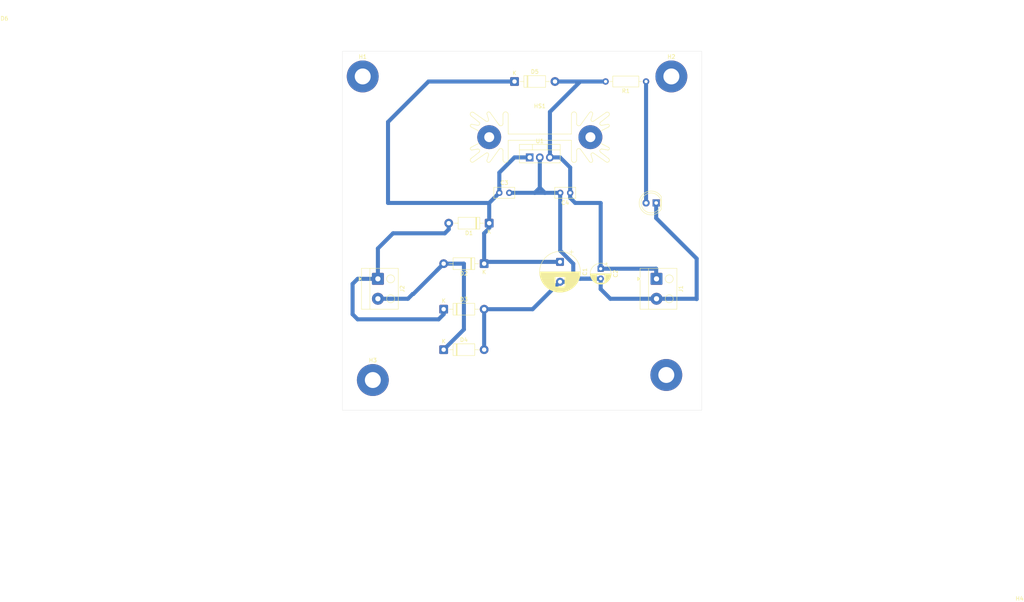
<source format=kicad_pcb>
(kicad_pcb (version 20241229) (generator "pcbnew") (generator_version "9.0")
  (layers (0 "F.Cu" signal) (2 "B.Cu" signal) (13 "F.Paste" user) (15 "B.Paste" user) (5 "F.SilkS" user "F.Silkscreen") (7 "B.SilkS" user "B.Silkscreen") (1 "F.Mask" user) (3 "B.Mask" user) (25 "Edge.Cuts" user))
  (net 0 "")
  (net 1 "GNDREF")
  (net 2 "Net-(D1-K)")
  (net 3 "Net-(D5-A)")
  (net 4 "Net-(D1-A)")
  (net 5 "Net-(D2-A)")
  (net 6 "Net-(D6-A)")
  (footprint "Diode_THT:D_DO-41_SOD81_P10.16mm_Horizontal" (layer "F.Cu") (at 193.04 111.76)
    (property "Reference" "D4" (at 5.08 -2.47 0) (layer "F.SilkS"))
    (property "Value" "1N4007")
    (fp_text user "K" (at 0 -2.1 0) (layer "F.SilkS"))
    (pad "1" thru_hole roundrect (at 0 0) (size 2.2 2.2) (drill 1.1) (layers "*.Cu" "*.Mask") (roundrect_rratio 0.113636) (net 5 "Net-(D2-A)"))
    (pad "2" thru_hole circle (at 10.16 0) (size 2.2 2.2) (drill 1.1) (layers "*.Cu" "*.Mask") (net 1 "GNDREF"))
  )
  (footprint "Heatsink:Heatsink_AAVID_Extruded_531002B02500G_34.9x12.7mm_H25.4mm" (layer "F.Cu") (at 217.17 58.42)
    (property "Reference" "HS1" (at 0 -7.8 0) (layer "F.SilkS"))
    (property "Value" "Heatsink")
    (pad "1" thru_hole circle (at -12.7 0) (size 6 6) (drill 2.5) (layers "*.Cu" "*.Mask"))
    (pad "1" thru_hole circle (at 12.7 0) (size 6 6) (drill 2.5) (layers "*.Cu" "*.Mask"))
  )
  (footprint "Diode_THT:D_DO-41_SOD81_P10.16mm_Horizontal" (layer "F.Cu") (at 193.04 101.6)
    (property "Reference" "D3" (at 5.08 -2.47 0) (layer "F.SilkS"))
    (property "Value" "1N4007")
    (fp_text user "K" (at 0 -2.1 0) (layer "F.SilkS"))
    (pad "1" thru_hole roundrect (at 0 0) (size 2.2 2.2) (drill 1.1) (layers "*.Cu" "*.Mask") (roundrect_rratio 0.113636) (net 4 "Net-(D1-A)"))
    (pad "2" thru_hole circle (at 10.16 0) (size 2.2 2.2) (drill 1.1) (layers "*.Cu" "*.Mask") (net 1 "GNDREF"))
  )
  (footprint "Resistor_THT:R_Axial_DIN0207_L6.3mm_D2.5mm_P10.16mm_Horizontal" (layer "F.Cu") (at 243.84 44.45 180)
    (property "Reference" "R1" (at 5.08 -2.37 0) (layer "F.SilkS"))
    (property "Value" "1k")
    (pad "1" thru_hole circle (at 0 0 180) (size 1.6 1.6) (drill 0.8) (layers "*.Cu" "*.Mask") (net 6 "Net-(D6-A)"))
    (pad "2" thru_hole circle (at 10.16 0 180) (size 1.6 1.6) (drill 0.8) (layers "*.Cu" "*.Mask") (net 3 "Net-(D5-A)"))
  )
  (footprint "LED_THT:LED_D5.0mm" (layer "F.Cu") (at 246.38 74.93 180)
    (property "Reference" "D6" (at 163.6 46.3 0) (layer "F.SilkS"))
    (property "Value" "LED")
    (pad "1" thru_hole rect (at 0 0 180) (size 1.8 1.8) (drill 0.9) (layers "*.Cu" "*.Mask") (net 1 "GNDREF"))
    (pad "2" thru_hole circle (at 2.54 0 180) (size 1.8 1.8) (drill 0.9) (layers "*.Cu" "*.Mask") (net 6 "Net-(D6-A)"))
  )
  (footprint "Capacitor_THT:C_Disc_D5.0mm_W2.5mm_P2.50mm" (layer "F.Cu") (at 224.79 72.39 180)
    (property "Reference" "C4" (at 1.25 -2.5 0) (layer "F.SilkS"))
    (property "Value" "0.1uf")
    (pad "1" thru_hole circle (at 0 0 180) (size 1.6 1.6) (drill 0.8) (layers "*.Cu" "*.Mask") (net 3 "Net-(D5-A)"))
    (pad "2" thru_hole circle (at 2.5 0 180) (size 1.6 1.6) (drill 0.8) (layers "*.Cu" "*.Mask") (net 1 "GNDREF"))
  )
  (footprint "MountingHole:MountingHole_4mm_Pad" (layer "F.Cu") (at 250.19 43.18)
    (property "Reference" "H2" (at 0 -4.95 0) (layer "F.SilkS"))
    (property "Value" "MountingHole")
    (pad "1" thru_hole circle (at 0 0) (size 8 8) (drill 4) (layers "*.Cu" "*.Mask"))
  )
  (footprint "MountingHole:MountingHole_4mm_Pad" (layer "F.Cu") (at 172.72 43.18)
    (property "Reference" "H1" (at 0 -4.95 0) (layer "F.SilkS"))
    (property "Value" "MountingHole")
    (pad "1" thru_hole circle (at 0 0) (size 8 8) (drill 4) (layers "*.Cu" "*.Mask"))
  )
  (footprint "Diode_THT:D_DO-41_SOD81_P10.16mm_Horizontal" (layer "F.Cu") (at 203.2 90.17 180)
    (property "Reference" "D2" (at 5.08 -2.47 0) (layer "F.SilkS"))
    (property "Value" "1N4007")
    (fp_text user "K" (at 0 -2.1 0) (layer "F.SilkS"))
    (pad "1" thru_hole roundrect (at 0 0 180) (size 2.2 2.2) (drill 1.1) (layers "*.Cu" "*.Mask") (roundrect_rratio 0.113636) (net 2 "Net-(D1-K)"))
    (pad "2" thru_hole circle (at 10.16 0 180) (size 2.2 2.2) (drill 1.1) (layers "*.Cu" "*.Mask") (net 5 "Net-(D2-A)"))
  )
  (footprint "Diode_THT:D_DO-41_SOD81_P10.16mm_Horizontal" (layer "F.Cu") (at 210.82 44.45)
    (property "Reference" "D5" (at 5.08 -2.47 0) (layer "F.SilkS"))
    (property "Value" "1N4007")
    (fp_text user "K" (at 0 -2.1 0) (layer "F.SilkS"))
    (pad "1" thru_hole roundrect (at 0 0) (size 2.2 2.2) (drill 1.1) (layers "*.Cu" "*.Mask") (roundrect_rratio 0.113636) (net 2 "Net-(D1-K)"))
    (pad "2" thru_hole circle (at 10.16 0) (size 2.2 2.2) (drill 1.1) (layers "*.Cu" "*.Mask") (net 3 "Net-(D5-A)"))
  )
  (footprint "Package_TO_SOT_THT:TO-220-3_Vertical" (layer "F.Cu") (at 214.63 63.5)
    (property "Reference" "U1" (at 2.54 -4.1 0) (layer "F.SilkS"))
    (property "Value" "LM7805_TO220")
    (pad "1" thru_hole rect (at 0 0) (size 1.905 2) (drill 1.1) (layers "*.Cu" "*.Mask") (net 2 "Net-(D1-K)"))
    (pad "2" thru_hole oval (at 2.54 0) (size 1.905 2) (drill 1.1) (layers "*.Cu" "*.Mask") (net 1 "GNDREF"))
    (pad "3" thru_hole oval (at 5.08 0) (size 1.905 2) (drill 1.1) (layers "*.Cu" "*.Mask") (net 3 "Net-(D5-A)"))
  )
  (footprint "Diode_THT:D_DO-41_SOD81_P10.16mm_Horizontal" (layer "F.Cu") (at 204.47 80.01 180)
    (property "Reference" "D1" (at 5.08 -2.47 0) (layer "F.SilkS"))
    (property "Value" "1N4007")
    (fp_text user "K" (at 0 -2.1 0) (layer "F.SilkS"))
    (pad "1" thru_hole roundrect (at 0 0 180) (size 2.2 2.2) (drill 1.1) (layers "*.Cu" "*.Mask") (roundrect_rratio 0.113636) (net 2 "Net-(D1-K)"))
    (pad "2" thru_hole circle (at 10.16 0 180) (size 2.2 2.2) (drill 1.1) (layers "*.Cu" "*.Mask") (net 4 "Net-(D1-A)"))
  )
  (footprint "TerminalBlock_Altech:Altech_AK100_1x02_P5.00mm" (layer "F.Cu") (at 246.46 93.98 -90)
    (property "Reference" "J1" (at 2.5 -6.12 90) (layer "F.SilkS"))
    (property "Value" "Screw_Terminal_01x02" (hide yes))
    (pad "1" thru_hole roundrect (at 0 0 270) (size 3 3) (drill 1.3) (layers "*.Cu" "*.Mask") (roundrect_rratio 0.083333) (net 3 "Net-(D5-A)"))
    (pad "2" thru_hole circle (at 5 0 270) (size 3 3) (drill 1.3) (layers "*.Cu" "*.Mask") (net 1 "GNDREF"))
  )
  (footprint "Capacitor_THT:CP_Radial_D10.0mm_P5.00mm" (layer "F.Cu") (at 222.24 89.72 -90)
    (property "Reference" "C1" (at 2.5 -6.25 270) (layer "F.SilkS"))
    (property "Value" "1000uf")
    (pad "1" thru_hole roundrect (at 0 0 270) (size 2 2) (drill 1) (layers "*.Cu" "*.Mask") (roundrect_rratio 0.125) (net 2 "Net-(D1-K)"))
    (pad "2" thru_hole circle (at 5 0 270) (size 2 2) (drill 1) (layers "*.Cu" "*.Mask") (net 1 "GNDREF"))
  )
  (footprint "TerminalBlock_Altech:Altech_AK100_1x02_P5.00mm" (layer "F.Cu") (at 176.53 93.98 -90)
    (property "Reference" "J2" (at 2.5 -6.12 90) (layer "F.SilkS"))
    (property "Value" "Screw_Terminal_01x02")
    (pad "1" thru_hole roundrect (at 0 0 270) (size 3 3) (drill 1.3) (layers "*.Cu" "*.Mask") (roundrect_rratio 0.083333) (net 4 "Net-(D1-A)"))
    (pad "2" thru_hole circle (at 5 0 270) (size 3 3) (drill 1.3) (layers "*.Cu" "*.Mask") (net 5 "Net-(D2-A)"))
  )
  (footprint "Capacitor_THT:C_Disc_D5.0mm_W2.5mm_P2.50mm" (layer "F.Cu") (at 207.01 72.39)
    (property "Reference" "C3" (at 1.25 -2.5 0) (layer "F.SilkS"))
    (property "Value" "0.1uf")
    (pad "1" thru_hole circle (at 0 0) (size 1.6 1.6) (drill 0.8) (layers "*.Cu" "*.Mask") (net 2 "Net-(D1-K)"))
    (pad "2" thru_hole circle (at 2.5 0) (size 1.6 1.6) (drill 0.8) (layers "*.Cu" "*.Mask") (net 1 "GNDREF"))
  )
  (footprint "MountingHole:MountingHole_4mm_Pad" (layer "F.Cu") (at 248.92 118.11)
    (property "Reference" "H4" (at 88.67 56.13 0) (layer "F.SilkS"))
    (property "Value" "MountingHole")
    (pad "1" thru_hole circle (at 0 0) (size 8 8) (drill 4) (layers "*.Cu" "*.Mask"))
  )
  (footprint "MountingHole:MountingHole_4mm_Pad" (layer "F.Cu") (at 175.26 119.38)
    (property "Reference" "H3" (at 0 -4.95 0) (layer "F.SilkS"))
    (property "Value" "MountingHole")
    (pad "1" thru_hole circle (at 0 0) (size 8 8) (drill 4) (layers "*.Cu" "*.Mask"))
  )
  (footprint "Capacitor_THT:CP_Radial_D5.0mm_P2.50mm" (layer "F.Cu") (at 232.45 91.44 -90)
    (property "Reference" "C2" (at 1.25 -3.75 90) (layer "F.SilkS"))
    (property "Value" "10uf")
    (pad "1" thru_hole roundrect (at 0 0 270) (size 1.6 1.6) (drill 0.8) (layers "*.Cu" "*.Mask") (roundrect_rratio 0.15625) (net 3 "Net-(D5-A)"))
    (pad "2" thru_hole circle (at 2.5 0 270) (size 1.6 1.6) (drill 0.8) (layers "*.Cu" "*.Mask") (net 1 "GNDREF"))
  )
  (gr_rect (start 167.64 36.83) (end 257.81 127) (stroke (width 0.05)) (fill no) (layer "Edge.Cuts"))
  (segment (start 256.54 88.9) (end 256.54 99.06) (width 1.016) (layer "B.Cu") (net 1))
  (segment (start 215.9 72.39) (end 217.17 71.12) (width 1.016) (layer "B.Cu") (net 1))
  (segment (start 246.38 74.93) (end 246.38 78.74) (width 1.016) (layer "B.Cu") (net 1))
  (segment (start 217.17 63.5) (end 217.17 71.12) (width 1.016) (layer "B.Cu") (net 1))
  (segment (start 246.38 78.74) (end 256.54 88.9) (width 1.016) (layer "B.Cu") (net 1))
  (segment (start 256.46 98.98) (end 246.46 98.98) (width 1.016) (layer "B.Cu") (net 1))
  (segment (start 222.24 94.72) (end 215.36 101.6) (width 1.016) (layer "B.Cu") (net 1))
  (segment (start 227.33 93.94) (end 232.45 93.94) (width 1.016) (layer "B.Cu") (net 1))
  (segment (start 232.45 93.94) (end 225.57 93.94) (width 1.016) (layer "B.Cu") (net 1))
  (segment (start 203.2 101.6) (end 203.2 111.76) (width 1.016) (layer "B.Cu") (net 1))
  (segment (start 227.29 93.9) (end 227.33 93.94) (width 1.016) (layer "B.Cu") (net 1))
  (segment (start 215.36 101.6) (end 203.2 101.6) (width 1.016) (layer "B.Cu") (net 1))
  (segment (start 218.44 72.39) (end 215.9 72.39) (width 1.016) (layer "B.Cu") (net 1))
  (segment (start 224.79 94.72) (end 222.24 94.72) (width 1.016) (layer "B.Cu") (net 1))
  (segment (start 217.17 71.12) (end 218.44 72.39) (width 1.016) (layer "B.Cu") (net 1))
  (segment (start 222.29 72.39) (end 218.44 72.39) (width 1.016) (layer "B.Cu") (net 1))
  (segment (start 222.29 86.906842) (end 225.57 90.186842) (width 1.016) (layer "B.Cu") (net 1))
  (segment (start 215.9 72.39) (end 209.51 72.39) (width 1.016) (layer "B.Cu") (net 1))
  (segment (start 225.57 90.186842) (end 225.57 93.94) (width 1.016) (layer "B.Cu") (net 1))
  (segment (start 256.54 99.06) (end 256.46 98.98) (width 1.016) (layer "B.Cu") (net 1))
  (segment (start 225.57 93.94) (end 224.79 94.72) (width 1.016) (layer "B.Cu") (net 1))
  (segment (start 232.45 96.56) (end 234.87 98.98) (width 1.016) (layer "B.Cu") (net 1))
  (segment (start 234.87 98.98) (end 246.46 98.98) (width 1.016) (layer "B.Cu") (net 1))
  (segment (start 232.45 93.94) (end 232.45 96.56) (width 1.016) (layer "B.Cu") (net 1))
  (segment (start 222.29 72.39) (end 222.29 86.906842) (width 1.016) (layer "B.Cu") (net 1))
  (segment (start 204.47 80.01) (end 204.47 81.28) (width 1.016) (layer "B.Cu") (net 2))
  (segment (start 204.47 74.93) (end 207.01 72.39) (width 1.016) (layer "B.Cu") (net 2))
  (segment (start 204.47 74.93) (end 179.07 74.93) (width 1.016) (layer "B.Cu") (net 2))
  (segment (start 204.47 81.28) (end 203.2 82.55) (width 1.016) (layer "B.Cu") (net 2))
  (segment (start 203.65 89.72) (end 203.2 90.17) (width 1.016) (layer "B.Cu") (net 2))
  (segment (start 189.23 44.45) (end 210.82 44.45) (width 1.016) (layer "B.Cu") (net 2))
  (segment (start 207.01 67.31) (end 207.01 72.39) (width 1.016) (layer "B.Cu") (net 2))
  (segment (start 203.2 82.55) (end 203.2 90.17) (width 1.016) (layer "B.Cu") (net 2))
  (segment (start 179.07 74.93) (end 179.07 54.61) (width 1.016) (layer "B.Cu") (net 2))
  (segment (start 222.24 89.72) (end 203.65 89.72) (width 1.016) (layer "B.Cu") (net 2))
  (segment (start 204.47 80.01) (end 204.47 74.93) (width 1.016) (layer "B.Cu") (net 2))
  (segment (start 210.82 63.5) (end 207.01 67.31) (width 1.016) (layer "B.Cu") (net 2))
  (segment (start 214.63 63.5) (end 210.82 63.5) (width 1.016) (layer "B.Cu") (net 2))
  (segment (start 179.07 54.61) (end 189.23 44.45) (width 1.016) (layer "B.Cu") (net 2))
  (segment (start 232.45 74.97) (end 232.45 91.44) (width 1.016) (layer "B.Cu") (net 3))
  (segment (start 227.33 44.45) (end 219.71 52.07) (width 1.016) (layer "B.Cu") (net 3))
  (segment (start 219.71 52.07) (end 219.71 63.5) (width 1.016) (layer "B.Cu") (net 3))
  (segment (start 246.38 93.9) (end 246.46 93.98) (width 1.016) (layer "B.Cu") (net 3))
  (segment (start 232.41 74.93) (end 232.45 74.97) (width 1.016) (layer "B.Cu") (net 3))
  (segment (start 219.71 63.5) (end 222.25 63.5) (width 1.016) (layer "B.Cu") (net 3))
  (segment (start 246.38 91.44) (end 246.38 93.9) (width 1.016) (layer "B.Cu") (net 3))
  (segment (start 227.33 44.45) (end 220.98 44.45) (width 1.016) (layer "B.Cu") (net 3))
  (segment (start 233.68 44.45) (end 227.33 44.45) (width 1.016) (layer "B.Cu") (net 3))
  (segment (start 222.25 63.5) (end 224.79 66.04) (width 1.016) (layer "B.Cu") (net 3))
  (segment (start 232.45 91.44) (end 246.38 91.44) (width 1.016) (layer "B.Cu") (net 3))
  (segment (start 226.06 74.93) (end 232.41 74.93) (width 1.016) (layer "B.Cu") (net 3))
  (segment (start 224.79 66.04) (end 224.79 73.66) (width 1.016) (layer "B.Cu") (net 3))
  (segment (start 224.79 73.66) (end 226.06 74.93) (width 1.016) (layer "B.Cu") (net 3))
  (segment (start 194.31 81.565634) (end 194.31 80.01) (width 1.016) (layer "B.Cu") (net 4))
  (segment (start 180.34 82.55) (end 193.325634 82.55) (width 1.016) (layer "B.Cu") (net 4))
  (segment (start 170.18 95.25) (end 170.18 102.87) (width 1.016) (layer "B.Cu") (net 4))
  (segment (start 170.18 102.87) (end 171.45 104.14) (width 1.016) (layer "B.Cu") (net 4))
  (segment (start 193.04 102.87) (end 193.04 101.6) (width 1.016) (layer "B.Cu") (net 4))
  (segment (start 193.325634 82.55) (end 194.31 81.565634) (width 1.016) (layer "B.Cu") (net 4))
  (segment (start 171.45 93.98) (end 170.18 95.25) (width 1.016) (layer "B.Cu") (net 4))
  (segment (start 176.53 93.98) (end 176.53 86.36) (width 1.016) (layer "B.Cu") (net 4))
  (segment (start 171.45 104.14) (end 191.77 104.14) (width 1.016) (layer "B.Cu") (net 4))
  (segment (start 176.53 93.98) (end 171.45 93.98) (width 1.016) (layer "B.Cu") (net 4))
  (segment (start 191.77 104.14) (end 193.04 102.87) (width 1.016) (layer "B.Cu") (net 4))
  (segment (start 176.53 86.36) (end 180.34 82.55) (width 1.016) (layer "B.Cu") (net 4))
  (segment (start 198.12 106.68) (end 198.12 90.17) (width 1.016) (layer "B.Cu") (net 5))
  (segment (start 185.42 97.79) (end 185.26 97.79) (width 1.016) (layer "B.Cu") (net 5))
  (segment (start 198.12 90.17) (end 193.04 90.17) (width 1.016) (layer "B.Cu") (net 5))
  (segment (start 193.04 90.17) (end 185.42 97.79) (width 1.016) (layer "B.Cu") (net 5))
  (segment (start 185.26 97.79) (end 184.07 98.98) (width 1.016) (layer "B.Cu") (net 5))
  (segment (start 193.04 111.76) (end 198.12 106.68) (width 1.016) (layer "B.Cu") (net 5))
  (segment (start 193.04 90.17) (end 191.231 91.979) (width 1.016) (layer "B.Cu") (net 5))
  (segment (start 184.07 98.98) (end 176.53 98.98) (width 1.016) (layer "B.Cu") (net 5))
  (segment (start 243.84 74.93) (end 243.84 44.45) (width 1.016) (layer "B.Cu") (net 6))
)
</source>
